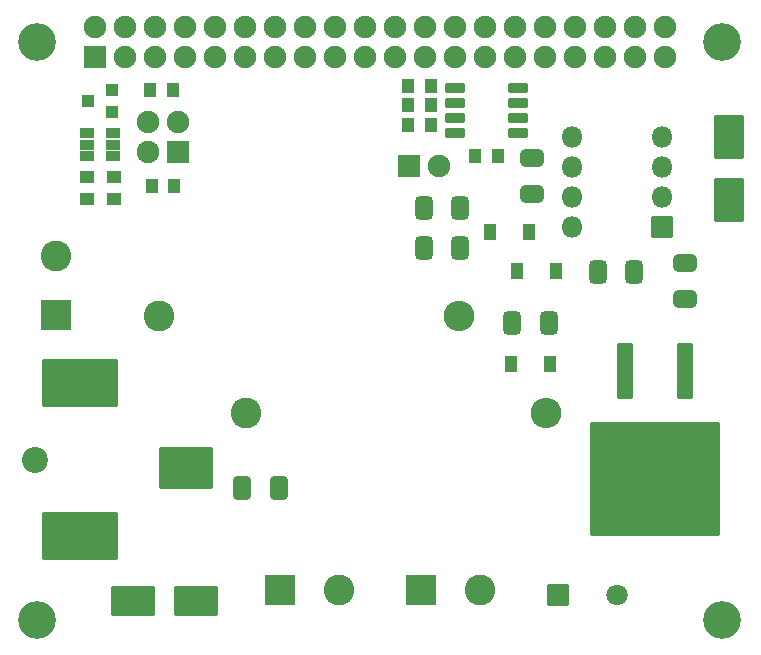
<source format=gts>
G04 #@! TF.GenerationSoftware,KiCad,Pcbnew,6.0.4-6f826c9f35~116~ubuntu20.04.1*
G04 #@! TF.CreationDate,2022-03-24T08:40:17-04:00*
G04 #@! TF.ProjectId,rpikobhat,7270696b-6f62-4686-9174-2e6b69636164,rev?*
G04 #@! TF.SameCoordinates,Original*
G04 #@! TF.FileFunction,Soldermask,Top*
G04 #@! TF.FilePolarity,Negative*
%FSLAX46Y46*%
G04 Gerber Fmt 4.6, Leading zero omitted, Abs format (unit mm)*
G04 Created by KiCad (PCBNEW 6.0.4-6f826c9f35~116~ubuntu20.04.1) date 2022-03-24 08:40:17*
%MOMM*%
%LPD*%
G01*
G04 APERTURE LIST*
G04 Aperture macros list*
%AMRoundRect*
0 Rectangle with rounded corners*
0 $1 Rounding radius*
0 $2 $3 $4 $5 $6 $7 $8 $9 X,Y pos of 4 corners*
0 Add a 4 corners polygon primitive as box body*
4,1,4,$2,$3,$4,$5,$6,$7,$8,$9,$2,$3,0*
0 Add four circle primitives for the rounded corners*
1,1,$1+$1,$2,$3*
1,1,$1+$1,$4,$5*
1,1,$1+$1,$6,$7*
1,1,$1+$1,$8,$9*
0 Add four rect primitives between the rounded corners*
20,1,$1+$1,$2,$3,$4,$5,0*
20,1,$1+$1,$4,$5,$6,$7,0*
20,1,$1+$1,$6,$7,$8,$9,0*
20,1,$1+$1,$8,$9,$2,$3,0*%
G04 Aperture macros list end*
%ADD10C,3.200000*%
%ADD11RoundRect,0.100000X-0.422500X-0.500000X0.422500X-0.500000X0.422500X0.500000X-0.422500X0.500000X0*%
%ADD12RoundRect,0.100000X-0.500000X0.422500X-0.500000X-0.422500X0.500000X-0.422500X0.500000X0.422500X0*%
%ADD13RoundRect,0.100000X-0.530000X-0.325000X0.530000X-0.325000X0.530000X0.325000X-0.530000X0.325000X0*%
%ADD14RoundRect,0.100000X0.450000X0.400000X-0.450000X0.400000X-0.450000X-0.400000X0.450000X-0.400000X0*%
%ADD15RoundRect,0.100000X0.775000X0.300000X-0.775000X0.300000X-0.775000X-0.300000X0.775000X-0.300000X0*%
%ADD16RoundRect,0.100000X0.850000X0.850000X-0.850000X0.850000X-0.850000X-0.850000X0.850000X-0.850000X0*%
%ADD17O,1.900000X1.900000*%
%ADD18RoundRect,0.100000X0.850000X-0.850000X0.850000X0.850000X-0.850000X0.850000X-0.850000X-0.850000X0*%
%ADD19RoundRect,0.350000X-0.400000X-0.625000X0.400000X-0.625000X0.400000X0.625000X-0.400000X0.625000X0*%
%ADD20RoundRect,0.100000X0.450000X0.600000X-0.450000X0.600000X-0.450000X-0.600000X0.450000X-0.600000X0*%
%ADD21C,2.600000*%
%ADD22O,2.600000X2.600000*%
%ADD23C,2.200000*%
%ADD24RoundRect,0.100000X-2.200000X1.650000X-2.200000X-1.650000X2.200000X-1.650000X2.200000X1.650000X0*%
%ADD25RoundRect,0.100000X-3.100000X1.950000X-3.100000X-1.950000X3.100000X-1.950000X3.100000X1.950000X0*%
%ADD26RoundRect,0.100000X-0.550000X2.300000X-0.550000X-2.300000X0.550000X-2.300000X0.550000X2.300000X0*%
%ADD27RoundRect,0.100000X-5.400000X4.700000X-5.400000X-4.700000X5.400000X-4.700000X5.400000X4.700000X0*%
%ADD28RoundRect,0.100000X-1.150000X1.750000X-1.150000X-1.750000X1.150000X-1.750000X1.150000X1.750000X0*%
%ADD29RoundRect,0.350000X0.400000X0.625000X-0.400000X0.625000X-0.400000X-0.625000X0.400000X-0.625000X0*%
%ADD30RoundRect,0.350000X0.625000X-0.400000X0.625000X0.400000X-0.625000X0.400000X-0.625000X-0.400000X0*%
%ADD31RoundRect,0.350000X-0.412500X-0.650000X0.412500X-0.650000X0.412500X0.650000X-0.412500X0.650000X0*%
%ADD32RoundRect,0.100000X-0.800000X-0.800000X0.800000X-0.800000X0.800000X0.800000X-0.800000X0.800000X0*%
%ADD33C,1.800000*%
%ADD34RoundRect,0.100000X0.800000X0.800000X-0.800000X0.800000X-0.800000X-0.800000X0.800000X-0.800000X0*%
%ADD35O,1.800000X1.800000*%
%ADD36RoundRect,0.100000X1.200000X-1.200000X1.200000X1.200000X-1.200000X1.200000X-1.200000X-1.200000X0*%
%ADD37RoundRect,0.100000X-1.200000X-1.200000X1.200000X-1.200000X1.200000X1.200000X-1.200000X1.200000X0*%
%ADD38RoundRect,0.100000X1.750000X1.150000X-1.750000X1.150000X-1.750000X-1.150000X1.750000X-1.150000X0*%
%ADD39RoundRect,0.100000X-0.850000X0.850000X-0.850000X-0.850000X0.850000X-0.850000X0.850000X0.850000X0*%
G04 APERTURE END LIST*
D10*
X82040000Y-64310000D03*
X140040000Y-64330000D03*
X82040000Y-113320000D03*
X140030000Y-113310000D03*
D11*
X91637500Y-68400000D03*
X93562500Y-68400000D03*
X91737500Y-76500000D03*
X93662500Y-76500000D03*
X119137500Y-74000000D03*
X121062500Y-74000000D03*
D12*
X86233000Y-75745500D03*
X86233000Y-77670500D03*
X88519000Y-75745500D03*
X88519000Y-77670500D03*
D11*
X113437500Y-71400000D03*
X115362500Y-71400000D03*
X113437500Y-69700000D03*
X115362500Y-69700000D03*
D13*
X86276000Y-72075000D03*
X86276000Y-73025000D03*
X86276000Y-73975000D03*
X88476000Y-73975000D03*
X88476000Y-73025000D03*
X88476000Y-72075000D03*
D14*
X88376000Y-70292000D03*
X88376000Y-68392000D03*
X86376000Y-69342000D03*
D15*
X122800000Y-72005000D03*
X122800000Y-70735000D03*
X122800000Y-69465000D03*
X122800000Y-68195000D03*
X117400000Y-68195000D03*
X117400000Y-69465000D03*
X117400000Y-70735000D03*
X117400000Y-72005000D03*
D16*
X93980000Y-73660000D03*
D17*
X91440000Y-73660000D03*
X93980000Y-71120000D03*
X91440000Y-71120000D03*
D18*
X113533000Y-74803000D03*
D17*
X116073000Y-74803000D03*
D11*
X113437500Y-68100000D03*
X115362500Y-68100000D03*
D19*
X114782000Y-81788000D03*
X117882000Y-81788000D03*
D20*
X123697000Y-80391000D03*
X120397000Y-80391000D03*
D21*
X99695000Y-95758000D03*
D22*
X125095000Y-95758000D03*
D23*
X81884000Y-99695000D03*
D24*
X94684000Y-100395000D03*
D25*
X85684000Y-93245000D03*
X85684000Y-106145000D03*
D26*
X136925000Y-92184000D03*
D27*
X134385000Y-101334000D03*
D26*
X131845000Y-92184000D03*
D28*
X140589000Y-72357000D03*
X140589000Y-77757000D03*
D29*
X117882000Y-78359000D03*
X114782000Y-78359000D03*
D30*
X123952000Y-77242000D03*
X123952000Y-74142000D03*
D31*
X99402500Y-102108000D03*
X102527500Y-102108000D03*
D32*
X126121349Y-111125000D03*
D33*
X131121349Y-111125000D03*
D34*
X134991000Y-80000000D03*
D35*
X134991000Y-77460000D03*
X134991000Y-74920000D03*
X134991000Y-72380000D03*
X127371000Y-72380000D03*
X127371000Y-74920000D03*
X127371000Y-77460000D03*
X127371000Y-80000000D03*
D30*
X136906000Y-86132000D03*
X136906000Y-83032000D03*
D36*
X83647000Y-87463000D03*
D21*
X83647000Y-82463000D03*
X92329000Y-87503000D03*
D22*
X117729000Y-87503000D03*
D37*
X102616000Y-110698000D03*
D21*
X107616000Y-110698000D03*
D37*
X114554000Y-110744000D03*
D21*
X119554000Y-110744000D03*
D20*
X125983000Y-83693000D03*
X122683000Y-83693000D03*
X125475000Y-91567000D03*
X122175000Y-91567000D03*
D19*
X122275000Y-88138000D03*
X125375000Y-88138000D03*
D38*
X95537000Y-111633000D03*
X90137000Y-111633000D03*
D19*
X129514000Y-83820000D03*
X132614000Y-83820000D03*
D39*
X86920000Y-65590000D03*
D17*
X86920000Y-63050000D03*
X89460000Y-65590000D03*
X89460000Y-63050000D03*
X92000000Y-65590000D03*
X92000000Y-63050000D03*
X94540000Y-65590000D03*
X94540000Y-63050000D03*
X97080000Y-65590000D03*
X97080000Y-63050000D03*
X99620000Y-65590000D03*
X99620000Y-63050000D03*
X102160000Y-65590000D03*
X102160000Y-63050000D03*
X104700000Y-65590000D03*
X104700000Y-63050000D03*
X107240000Y-65590000D03*
X107240000Y-63050000D03*
X109780000Y-65590000D03*
X109780000Y-63050000D03*
X112320000Y-65590000D03*
X112320000Y-63050000D03*
X114860000Y-65590000D03*
X114860000Y-63050000D03*
X117400000Y-65590000D03*
X117400000Y-63050000D03*
X119940000Y-65590000D03*
X119940000Y-63050000D03*
X122480000Y-65590000D03*
X122480000Y-63050000D03*
X125020000Y-65590000D03*
X125020000Y-63050000D03*
X127560000Y-65590000D03*
X127560000Y-63050000D03*
X130100000Y-65590000D03*
X130100000Y-63050000D03*
X132640000Y-65590000D03*
X132640000Y-63050000D03*
X135180000Y-65590000D03*
X135180000Y-63050000D03*
M02*

</source>
